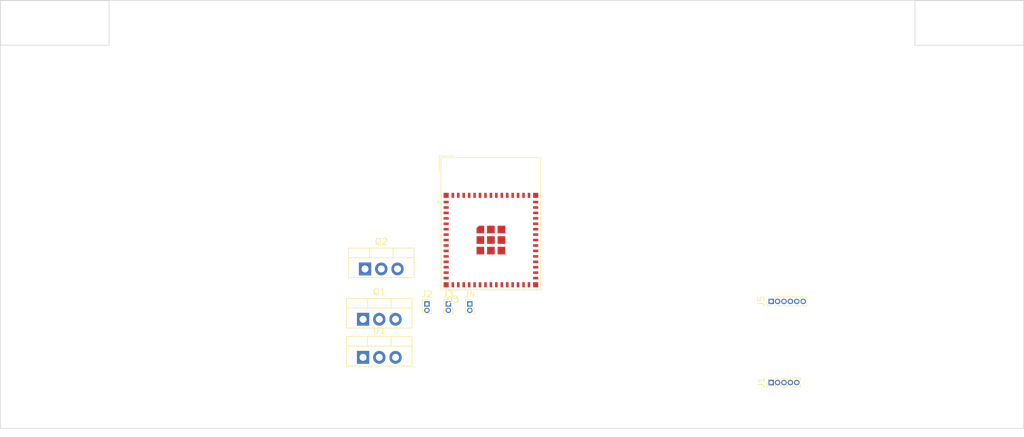
<source format=kicad_pcb>
(kicad_pcb (version 20240108) (generator "pcbnew") (generator_version "8.0")
  (layers (0 "F.Cu" signal) (31 "B.Cu" signal) (34 "B.Paste" user) (35 "F.Paste" user) (36 "B.SilkS" user "B.Silkscreen") (37 "F.SilkS" user "F.Silkscreen") (38 "B.Mask" user) (39 "F.Mask" user) (44 "Edge.Cuts" user))
  (net 0 "")
  (net 1 "/M2")
  (net 2 "GND")
  (net 3 "IN3")
  (net 4 "+5V")
  (net 5 "/M1")
  (net 6 "+24V")
  (net 7 "+3V3")
  (net 8 "IN4")
  (net 9 "IN5")
  (net 11 "Net-(J5-Pin_3)")
  (net 13 "Net-(Q1-G)")
  (net 54 "Net-(D1-K)")
  (net 55 "Net-(Q2-G)")
  (footprint "Connector_PinHeader_1.00mm:PinHeader_1x06_P1.00mm_Vertical" (layer "F.Cu") (at 198.12 114.3 90)
    (property "Reference" "J5" (at 0 -1.56 90) (layer "F.SilkS"))
    (property "Value" "Screw_Terminal_01x06")
    (fp_line (start -0.695 -0.685) (end 0 -0.685) (stroke (width 0.12)) (layer "F.SilkS"))
    (fp_line (start -0.695 0) (end -0.695 -0.685) (stroke (width 0.12)) (layer "F.SilkS"))
    (fp_line (start 0.695 0.685) (end 0.695 5.56) (stroke (width 0.12)) (layer "F.SilkS"))
    (fp_line (start 0.608276 0.685) (end 0.695 0.685) (stroke (width 0.12)) (layer "F.SilkS"))
    (fp_line (start -0.695 0.685) (end -0.608276 0.685) (stroke (width 0.12)) (layer "F.SilkS"))
    (fp_line (start -0.695 0.685) (end -0.695 5.56) (stroke (width 0.12)) (layer "F.SilkS"))
    (fp_line (start 0.394493 5.56) (end 0.695 5.56) (stroke (width 0.12)) (layer "F.SilkS"))
    (fp_line (start -0.695 5.56) (end -0.394493 5.56) (stroke (width 0.12)) (layer "F.SilkS"))
    (pad "1" thru_hole rect (at 0 0 90) (size 0.85 0.85) (drill 0.5) (layers "*.Cu" "*.Mask") (net 6 "+24V"))
    (pad "2" thru_hole oval (at 0 1 90) (size 0.85 0.85) (drill 0.5) (layers "*.Cu" "*.Mask"))
    (pad "3" thru_hole oval (at 0 2 90) (size 0.85 0.85) (drill 0.5) (layers "*.Cu" "*.Mask") (net 11 "Net-(J5-Pin_3)"))
    (pad "4" thru_hole oval (at 0 3 90) (size 0.85 0.85) (drill 0.5) (layers "*.Cu" "*.Mask") (net 6 "+24V"))
    (pad "5" thru_hole oval (at 0 4 90) (size 0.85 0.85) (drill 0.5) (layers "*.Cu" "*.Mask"))
    (pad "6" thru_hole oval (at 0 5 90) (size 0.85 0.85) (drill 0.5) (layers "*.Cu" "*.Mask") (net 11 "Net-(J5-Pin_3)"))
  )
  (footprint "Package_TO_SOT_THT:TO-220-3_Vertical" (layer "F.Cu") (at 134.31 123.06)
    (property "Reference" "U1" (at 2.54 -4.27 0) (layer "F.SilkS"))
    (property "Value" "LM7805_TO220")
    (fp_line (start -2.58 -3.27) (end -2.58 1.371) (stroke (width 0.12)) (layer "F.SilkS"))
    (fp_line (start -2.58 -3.27) (end 7.66 -3.27) (stroke (width 0.12)) (layer "F.SilkS"))
    (fp_line (start -2.58 -1.76) (end 7.66 -1.76) (stroke (width 0.12)) (layer "F.SilkS"))
    (fp_line (start -2.58 1.371) (end 7.66 1.371) (stroke (width 0.12)) (layer "F.SilkS"))
    (fp_line (start 0.69 -3.27) (end 0.69 -1.76) (stroke (width 0.12)) (layer "F.SilkS"))
    (fp_line (start 4.391 -3.27) (end 4.391 -1.76) (stroke (width 0.12)) (layer "F.SilkS"))
    (fp_line (start 7.66 -3.27) (end 7.66 1.371) (stroke (width 0.12)) (layer "F.SilkS"))
    (pad "1" thru_hole rect (at 0 0) (size 1.905 2) (drill 1.1) (layers "*.Cu" "*.Mask") (net 6 "+24V"))
    (pad "2" thru_hole oval (at 2.54 0) (size 1.905 2) (drill 1.1) (layers "*.Cu" "*.Mask") (net 2 "GND"))
    (pad "3" thru_hole oval (at 5.08 0) (size 1.905 2) (drill 1.1) (layers "*.Cu" "*.Mask") (net 4 "+5V"))
  )
  (footprint "RF_Module:ESP32-S2-MINI-1" (layer "F.Cu") (at 154.3 102.15)
    (property "Reference" "U3" (at -5.95 11.85 0) (layer "F.SilkS"))
    (property "Value" "ESP32-S3-MINI-1")
    (fp_line (start -8.075 -10.6) (end -8.075 -8.15) (stroke (width 0.12)) (layer "F.SilkS"))
    (fp_line (start -8.075 -10.6) (end -5.625 -10.6) (stroke (width 0.12)) (layer "F.SilkS"))
    (fp_line (start -7.8 -10.35) (end 7.8 -10.35) (stroke (width 0.12)) (layer "F.SilkS"))
    (fp_line (start -7.8 10.35) (end -7.8 -10.35) (stroke (width 0.12)) (layer "F.SilkS"))
    (fp_line (start 7.8 -10.35) (end 7.8 10.35) (stroke (width 0.12)) (layer "F.SilkS"))
    (fp_line (start 7.8 10.35) (end -7.8 10.35) (stroke (width 0.12)) (layer "F.SilkS"))
    (fp_poly (pts (xy -7.975 -3.4) (xy -8.311 -3.16) (xy -8.311 -3.64) (xy -7.975 -3.4)) (stroke (width 0.12)) (fill solid) (layer "F.SilkS"))
    (pad "1" smd rect (at -7 -3.4) (size 0.8 0.4) (layers "F.Cu" "F.Paste" "F.Mask") (net 2 "GND"))
    (pad "2" smd rect (at -7 -2.55) (size 0.8 0.4) (layers "F.Cu" "F.Paste" "F.Mask") (net 2 "GND"))
    (pad "3" smd rect (at -7 -1.7) (size 0.8 0.4) (layers "F.Cu" "F.Paste" "F.Mask") (net 7 "+3V3"))
    (pad "4" smd rect (at -7 -0.85) (size 0.8 0.4) (layers "F.Cu" "F.Paste" "F.Mask"))
    (pad "5" smd rect (at -7 0) (size 0.8 0.4) (layers "F.Cu" "F.Paste" "F.Mask"))
    (pad "6" smd rect (at -7 0.85) (size 0.8 0.4) (layers "F.Cu" "F.Paste" "F.Mask"))
    (pad "7" smd rect (at -7 1.7) (size 0.8 0.4) (layers "F.Cu" "F.Paste" "F.Mask"))
    (pad "8" smd rect (at -7 2.55) (size 0.8 0.4) (layers "F.Cu" "F.Paste" "F.Mask"))
    (pad "9" smd rect (at -7 3.4) (size 0.8 0.4) (layers "F.Cu" "F.Paste" "F.Mask"))
    (pad "10" smd rect (at -7 4.25) (size 0.8 0.4) (layers "F.Cu" "F.Paste" "F.Mask"))
    (pad "11" smd rect (at -7 5.1) (size 0.8 0.4) (layers "F.Cu" "F.Paste" "F.Mask"))
    (pad "12" smd rect (at -7 5.95) (size 0.8 0.4) (layers "F.Cu" "F.Paste" "F.Mask"))
    (pad "13" smd rect (at -7 6.8) (size 0.8 0.4) (layers "F.Cu" "F.Paste" "F.Mask"))
    (pad "14" smd rect (at -7 7.65) (size 0.8 0.4) (layers "F.Cu" "F.Paste" "F.Mask"))
    (pad "15" smd rect (at -7 8.5) (size 0.8 0.4) (layers "F.Cu" "F.Paste" "F.Mask"))
    (pad "16" smd rect (at -5.95 9.55 90) (size 0.8 0.4) (layers "F.Cu" "F.Paste" "F.Mask"))
    (pad "17" smd rect (at -5.1 9.55 90) (size 0.8 0.4) (layers "F.Cu" "F.Paste" "F.Mask"))
    (pad "18" smd rect (at -4.25 9.55 90) (size 0.8 0.4) (layers "F.Cu" "F.Paste" "F.Mask"))
    (pad "19" smd rect (at -3.4 9.55 90) (size 0.8 0.4) (layers "F.Cu" "F.Paste" "F.Mask"))
    (pad "20" smd rect (at -2.55 9.55 90) (size 0.8 0.4) (layers "F.Cu" "F.Paste" "F.Mask"))
    (pad "21" smd rect (at -1.7 9.55 90) (size 0.8 0.4) (layers "F.Cu" "F.Paste" "F.Mask"))
    (pad "22" smd rect (at -0.85 9.55 90) (size 0.8 0.4) (layers "F.Cu" "F.Paste" "F.Mask"))
    (pad "23" smd rect (at 0 9.55 90) (size 0.8 0.4) (layers "F.Cu" "F.Paste" "F.Mask"))
    (pad "24" smd rect (at 0.85 9.55 90) (size 0.8 0.4) (layers "F.Cu" "F.Paste" "F.Mask"))
    (pad "25" smd rect (at 1.7 9.55 90) (size 0.8 0.4) (layers "F.Cu" "F.Paste" "F.Mask"))
    (pad "26" smd rect (at 2.55 9.55 90) (size 0.8 0.4) (layers "F.Cu" "F.Paste" "F.Mask"))
    (pad "27" smd rect (at 3.4 9.55 90) (size 0.8 0.4) (layers "F.Cu" "F.Paste" "F.Mask"))
    (pad "28" smd rect (at 4.25 9.55 90) (size 0.8 0.4) (layers "F.Cu" "F.Paste" "F.Mask"))
    (pad "29" smd rect (at 5.1 9.55 90) (size 0.8 0.4) (layers "F.Cu" "F.Paste" "F.Mask"))
    (pad "30" smd rect (at 5.95 9.55 90) (size 0.8 0.4) (layers "F.Cu" "F.Paste" "F.Mask"))
    (pad "31" smd rect (at 7 8.5) (size 0.8 0.4) (layers "F.Cu" "F.Paste" "F.Mask"))
    (pad "32" smd rect (at 7 7.65) (size 0.8 0.4) (layers "F.Cu" "F.Paste" "F.Mask"))
    (pad "33" smd rect (at 7 6.8) (size 0.8 0.4) (layers "F.Cu" "F.Paste" "F.Mask"))
    (pad "34" smd rect (at 7 5.95) (size 0.8 0.4) (layers "F.Cu" "F.Paste" "F.Mask"))
    (pad "35" smd rect (at 7 5.1) (size 0.8 0.4) (layers "F.Cu" "F.Paste" "F.Mask"))
    (pad "36" smd rect (at 7 4.25) (size 0.8 0.4) (layers "F.Cu" "F.Paste" "F.Mask"))
    (pad "37" smd rect (at 7 3.4) (size 0.8 0.4) (layers "F.Cu" "F.Paste" "F.Mask"))
    (pad "38" smd rect (at 7 2.55) (size 0.8 0.4) (layers "F.Cu" "F.Paste" "F.Mask"))
    (pad "39" smd rect (at 7 1.7) (size 0.8 0.4) (layers "F.Cu" "F.Paste" "F.Mask"))
    (pad "40" smd rect (at 7 0.85) (size 0.8 0.4) (layers "F.Cu" "F.Paste" "F.Mask"))
    (pad "41" smd rect (at 7 0) (size 0.8 0.4) (layers "F.Cu" "F.Paste" "F.Mask"))
    (pad "42" smd rect (at 7 -0.85) (size 0.8 0.4) (layers "F.Cu" "F.Paste" "F.Mask") (net 2 "GND"))
    (pad "43" smd rect (at 7 -1.7) (size 0.8 0.4) (layers "F.Cu" "F.Paste" "F.Mask") (net 2 "GND"))
    (pad "44" smd rect (at 7 -2.55) (size 0.8 0.4) (layers "F.Cu" "F.Paste" "F.Mask"))
    (pad "45" smd rect (at 7 -3.4) (size 0.8 0.4) (layers "F.Cu" "F.Paste" "F.Mask"))
    (pad "46" smd rect (at 5.95 -4.45 90) (size 0.8 0.4) (layers "F.Cu" "F.Paste" "F.Mask") (net 2 "GND"))
    (pad "47" smd rect (at 5.1 -4.45 90) (size 0.8 0.4) (layers "F.Cu" "F.Paste" "F.Mask") (net 2 "GND"))
    (pad "48" smd rect (at 4.25 -4.45 90) (size 0.8 0.4) (layers "F.Cu" "F.Paste" "F.Mask") (net 2 "GND"))
    (pad "49" smd rect (at 3.4 -4.45 90) (size 0.8 0.4) (layers "F.Cu" "F.Paste" "F.Mask") (net 2 "GND"))
    (pad "50" smd rect (at 2.55 -4.45 90) (size 0.8 0.4) (layers "F.Cu" "F.Paste" "F.Mask") (net 2 "GND"))
    (pad "51" smd rect (at 1.7 -4.45 90) (size 0.8 0.4) (layers "F.Cu" "F.Paste" "F.Mask") (net 2 "GND"))
    (pad "52" smd rect (at 0.85 -4.45 90) (size 0.8 0.4) (layers "F.Cu" "F.Paste" "F.Mask") (net 2 "GND"))
    (pad "53" smd rect (at 0 -4.45 90) (size 0.8 0.4) (layers "F.Cu" "F.Paste" "F.Mask") (net 2 "GND"))
    (pad "54" smd rect (at -0.85 -4.45 90) (size 0.8 0.4) (layers "F.Cu" "F.Paste" "F.Mask") (net 2 "GND"))
    (pad "55" smd rect (at -1.7 -4.45 90) (size 0.8 0.4) (layers "F.Cu" "F.Paste" "F.Mask") (net 2 "GND"))
    (pad "56" smd rect (at -2.55 -4.45 90) (size 0.8 0.4) (layers "F.Cu" "F.Paste" "F.Mask") (net 2 "GND"))
    (pad "57" smd rect (at -3.4 -4.45 90) (size 0.8 0.4) (layers "F.Cu" "F.Paste" "F.Mask") (net 2 "GND"))
    (pad "58" smd rect (at -4.25 -4.45 90) (size 0.8 0.4) (layers "F.Cu" "F.Paste" "F.Mask") (net 2 "GND"))
    (pad "59" smd rect (at -5.1 -4.45 90) (size 0.8 0.4) (layers "F.Cu" "F.Paste" "F.Mask") (net 2 "GND"))
    (pad "60" smd rect (at -5.95 -4.45 90) (size 0.8 0.4) (layers "F.Cu" "F.Paste" "F.Mask") (net 2 "GND"))
    (pad "61" smd roundrect (at -1.65 0.9) (size 1.2 1.2) (layers "F.Cu" "F.Paste" "F.Mask") (roundrect_rratio 0) (chamfer_ratio 0.33) (chamfer top_left) (net 2 "GND"))
    (pad "61" smd rect (at -1.65 2.55) (size 1.2 1.2) (layers "F.Cu" "F.Paste" "F.Mask") (net 2 "GND"))
    (pad "61" smd rect (at -1.65 4.2) (size 1.2 1.2) (layers "F.Cu" "F.Paste" "F.Mask") (net 2 "GND"))
    (pad "61" smd rect (at 0 0.9) (size 1.2 1.2) (layers "F.Cu" "F.Paste" "F.Mask") (net 2 "GND"))
    (pad "61" smd rect (at 0 2.55) (size 1.2 1.2) (layers "F.Cu" "F.Paste" "F.Mask") (net 2 "GND"))
    (pad "61" smd rect (at 0 4.2) (size 1.2 1.2) (layers "F.Cu" "F.Paste" "F.Mask") (net 2 "GND"))
    (pad "61" smd rect (at 1.65 0.9) (size 1.2 1.2) (layers "F.Cu" "F.Paste" "F.Mask") (net 2 "GND"))
    (pad "61" smd rect (at 1.65 2.55) (size 1.2 1.2) (layers "F.Cu" "F.Paste" "F.Mask") (net 2 "GND"))
    (pad "61" smd rect (at 1.65 4.2) (size 1.2 1.2) (layers "F.Cu" "F.Paste" "F.Mask") (net 2 "GND"))
    (pad "62" smd rect (at -7 -4.45) (size 0.8 0.8) (layers "F.Cu" "F.Paste" "F.Mask") (net 2 "GND"))
    (pad "63" smd rect (at -7 9.55) (size 0.8 0.8) (layers "F.Cu" "F.Paste" "F.Mask") (net 2 "GND"))
    (pad "64" smd rect (at 7 9.55) (size 0.8 0.8) (layers "F.Cu" "F.Paste" "F.Mask") (net 2 "GND"))
    (pad "65" smd rect (at 7 -4.45) (size 0.8 0.8) (layers "F.Cu" "F.Paste" "F.Mask") (net 2 "GND"))
  )
  (footprint "Connector_PinHeader_1.00mm:PinHeader_1x02_P1.00mm_Vertical" (layer "F.Cu") (at 147.65 114.7)
    (property "Reference" "J3" (at 0 -1.56 0) (layer "F.SilkS"))
    (property "Value" "Entrada RF")
    (fp_line (start -0.695 -0.685) (end 0 -0.685) (stroke (width 0.12)) (layer "F.SilkS"))
    (fp_line (start -0.695 0) (end -0.695 -0.685) (stroke (width 0.12)) (layer "F.SilkS"))
    (fp_line (start -0.695 0.685) (end -0.695 1.56) (stroke (width 0.12)) (layer "F.SilkS"))
    (fp_line (start -0.695 0.685) (end -0.608276 0.685) (stroke (width 0.12)) (layer "F.SilkS"))
    (fp_line (start -0.695 1.56) (end -0.394493 1.56) (stroke (width 0.12)) (layer "F.SilkS"))
    (fp_line (start 0.394493 1.56) (end 0.695 1.56) (stroke (width 0.12)) (layer "F.SilkS"))
    (fp_line (start 0.608276 0.685) (end 0.695 0.685) (stroke (width 0.12)) (layer "F.SilkS"))
    (fp_line (start 0.695 0.685) (end 0.695 1.56) (stroke (width 0.12)) (layer "F.SilkS"))
    (pad "1" thru_hole rect (at 0 0) (size 0.85 0.85) (drill 0.5) (layers "*.Cu" "*.Mask") (net 8 "IN4"))
    (pad "2" thru_hole oval (at 0 1) (size 0.85 0.85) (drill 0.5) (layers "*.Cu" "*.Mask") (net 7 "+3V3"))
  )
  (footprint "Connector_PinHeader_1.00mm:PinHeader_1x02_P1.00mm_Vertical" (layer "F.Cu") (at 144.3 114.7)
    (property "Reference" "J2" (at 0 -1.56 0) (layer "F.SilkS"))
    (property "Value" "Screw_Terminal_01x02")
    (fp_line (start -0.695 -0.685) (end 0 -0.685) (stroke (width 0.12)) (layer "F.SilkS"))
    (fp_line (start -0.695 0) (end -0.695 -0.685) (stroke (width 0.12)) (layer "F.SilkS"))
    (fp_line (start -0.695 0.685) (end -0.695 1.56) (stroke (width 0.12)) (layer "F.SilkS"))
    (fp_line (start -0.695 0.685) (end -0.608276 0.685) (stroke (width 0.12)) (layer "F.SilkS"))
    (fp_line (start -0.695 1.56) (end -0.394493 1.56) (stroke (width 0.12)) (layer "F.SilkS"))
    (fp_line (start 0.394493 1.56) (end 0.695 1.56) (stroke (width 0.12)) (layer "F.SilkS"))
    (fp_line (start 0.608276 0.685) (end 0.695 0.685) (stroke (width 0.12)) (layer "F.SilkS"))
    (fp_line (start 0.695 0.685) (end 0.695 1.56) (stroke (width 0.12)) (layer "F.SilkS"))
    (pad "1" thru_hole rect (at 0 0) (size 0.85 0.85) (drill 0.5) (layers "*.Cu" "*.Mask") (net 2 "GND"))
    (pad "2" thru_hole oval (at 0 1) (size 0.85 0.85) (drill 0.5) (layers "*.Cu" "*.Mask") (net 6 "+24V"))
  )
  (footprint "Package_TO_SOT_THT:TO-220-3_Vertical" (layer "F.Cu") (at 134.62 109.22)
    (property "Reference" "Q2" (at 2.54 -4.27 0) (layer "F.SilkS"))
    (property "Value" "NMOS")
    (fp_line (start -2.58 -3.27) (end -2.58 1.371) (stroke (width 0.12)) (layer "F.SilkS"))
    (fp_line (start -2.58 -3.27) (end 7.66 -3.27) (stroke (width 0.12)) (layer "F.SilkS"))
    (fp_line (start -2.58 -1.76) (end 7.66 -1.76) (stroke (width 0.12)) (layer "F.SilkS"))
    (fp_line (start -2.58 1.371) (end 7.66 1.371) (stroke (width 0.12)) (layer "F.SilkS"))
    (fp_line (start 0.69 -3.27) (end 0.69 -1.76) (stroke (width 0.12)) (layer "F.SilkS"))
    (fp_line (start 4.391 -3.27) (end 4.391 -1.76) (stroke (width 0.12)) (layer "F.SilkS"))
    (fp_line (start 7.66 -3.27) (end 7.66 1.371) (stroke (width 0.12)) (layer "F.SilkS"))
    (pad "1" thru_hole rect (at 0 0) (size 1.905 2) (drill 1.1) (layers "*.Cu" "*.Mask") (net 54 "Net-(D1-K)"))
    (pad "2" thru_hole oval (at 2.54 0) (size 1.905 2) (drill 1.1) (layers "*.Cu" "*.Mask") (net 55 "Net-(Q2-G)"))
    (pad "3" thru_hole oval (at 5.08 0) (size 1.905 2) (drill 1.1) (layers "*.Cu" "*.Mask") (net 2 "GND"))
  )
  (footprint "Package_TO_SOT_THT:TO-220-3_Vertical" (layer "F.Cu") (at 134.31 117.1)
    (property "Reference" "Q1" (at 2.54 -4.27 0) (layer "F.SilkS"))
    (property "Value" "NMOS")
    (fp_line (start -2.58 -3.27) (end -2.58 1.371) (stroke (width 0.12)) (layer "F.SilkS"))
    (fp_line (start -2.58 -3.27) (end 7.66 -3.27) (stroke (width 0.12)) (layer "F.SilkS"))
    (fp_line (start -2.58 -1.76) (end 7.66 -1.76) (stroke (width 0.12)) (layer "F.SilkS"))
    (fp_line (start -2.58 1.371) (end 7.66 1.371) (stroke (width 0.12)) (layer "F.SilkS"))
    (fp_line (start 0.69 -3.27) (end 0.69 -1.76) (stroke (width 0.12)) (layer "F.SilkS"))
    (fp_line (start 4.391 -3.27) (end 4.391 -1.76) (stroke (width 0.12)) (layer "F.SilkS"))
    (fp_line (start 7.66 -3.27) (end 7.66 1.371) (stroke (width 0.12)) (layer "F.SilkS"))
    (pad "1" thru_hole rect (at 0 0) (size 1.905 2) (drill 1.1) (layers "*.Cu" "*.Mask") (net 11 "Net-(J5-Pin_3)"))
    (pad "2" thru_hole oval (at 2.54 0) (size 1.905 2) (drill 1.1) (layers "*.Cu" "*.Mask") (net 13 "Net-(Q1-G)"))
    (pad "3" thru_hole oval (at 5.08 0) (size 1.905 2) (drill 1.1) (layers "*.Cu" "*.Mask") (net 2 "GND"))
  )
  (footprint "Connector_PinHeader_1.00mm:PinHeader_1x05_P1.00mm_Vertical" (layer "F.Cu") (at 198.12 127 90)
    (property "Reference" "J1" (at 0 -1.56 90) (layer "F.SilkS"))
    (property "Value" "Screw_Terminal_01x05")
    (fp_line (start -0.695 -0.685) (end 0 -0.685) (stroke (width 0.12)) (layer "F.SilkS"))
    (fp_line (start -0.695 0) (end -0.695 -0.685) (stroke (width 0.12)) (layer "F.SilkS"))
    (fp_line (start 0.695 0.685) (end 0.695 4.56) (stroke (width 0.12)) (layer "F.SilkS"))
    (fp_line (start 0.608276 0.685) (end 0.695 0.685) (stroke (width 0.12)) (layer "F.SilkS"))
    (fp_line (start -0.695 0.685) (end -0.608276 0.685) (stroke (width 0.12)) (layer "F.SilkS"))
    (fp_line (start -0.695 0.685) (end -0.695 4.56) (stroke (width 0.12)) (layer "F.SilkS"))
    (fp_line (start 0.394493 4.56) (end 0.695 4.56) (stroke (width 0.12)) (layer "F.SilkS"))
    (fp_line (start -0.695 4.56) (end -0.394493 4.56) (stroke (width 0.12)) (layer "F.SilkS"))
    (pad "1" thru_hole rect (at 0 0 90) (size 0.85 0.85) (drill 0.5) (layers "*.Cu" "*.Mask") (net 4 "+5V"))
    (pad "2" thru_hole oval (at 0 1 90) (size 0.85 0.85) (drill 0.5) (layers "*.Cu" "*.Mask") (net 3 "IN3"))
    (pad "3" thru_hole oval (at 0 2 90) (size 0.85 0.85) (drill 0.5) (layers "*.Cu" "*.Mask") (net 2 "GND"))
    (pad "4" thru_hole oval (at 0 3 90) (size 0.85 0.85) (drill 0.5) (layers "*.Cu" "*.Mask") (net 1 "/M2"))
    (pad "5" thru_hole oval (at 0 4 90) (size 0.85 0.85) (drill 0.5) (layers "*.Cu" "*.Mask") (net 5 "/M1"))
  )
  (footprint "Connector_PinHeader_1.00mm:PinHeader_1x02_P1.00mm_Vertical" (layer "F.Cu") (at 151 114.7)
    (property "Reference" "J4" (at 0 -1.56 0) (layer "F.SilkS"))
    (property "Value" "Entrada INT")
    (fp_line (start -0.695 -0.685) (end 0 -0.685) (stroke (width 0.12)) (layer "F.SilkS"))
    (fp_line (start -0.695 0) (end -0.695 -0.685) (stroke (width 0.12)) (layer "F.SilkS"))
    (fp_line (start -0.695 0.685) (end -0.695 1.56) (stroke (width 0.12)) (layer "F.SilkS"))
    (fp_line (start -0.695 0.685) (end -0.608276 0.685) (stroke (width 0.12)) (layer "F.SilkS"))
    (fp_line (start -0.695 1.56) (end -0.394493 1.56) (stroke (width 0.12)) (layer "F.SilkS"))
    (fp_line (start 0.394493 1.56) (end 0.695 1.56) (stroke (width 0.12)) (layer "F.SilkS"))
    (fp_line (start 0.608276 0.685) (end 0.695 0.685) (stroke (width 0.12)) (layer "F.SilkS"))
    (fp_line (start 0.695 0.685) (end 0.695 1.56) (stroke (width 0.12)) (layer "F.SilkS"))
    (pad "1" thru_hole rect (at 0 0) (size 0.85 0.85) (drill 0.5) (layers "*.Cu" "*.Mask") (net 9 "IN5"))
    (pad "2" thru_hole oval (at 0 1) (size 0.85 0.85) (drill 0.5) (layers "*.Cu" "*.Mask") (net 7 "+3V3"))
  )
  (gr_rect (start 77.6 67.2) (end 237.6 134.2) (stroke (width 0.1)) (fill none) (layer "Edge.Cuts"))
  (gr_rect (start 220.6 67.2) (end 237.6 74.2) (stroke (width 0.1)) (fill none) (layer "Edge.Cuts"))
  (gr_rect (start 77.6 67.2) (end 94.6 74.2) (stroke (width 0.1)) (fill none) (layer "Edge.Cuts"))
)
</source>
